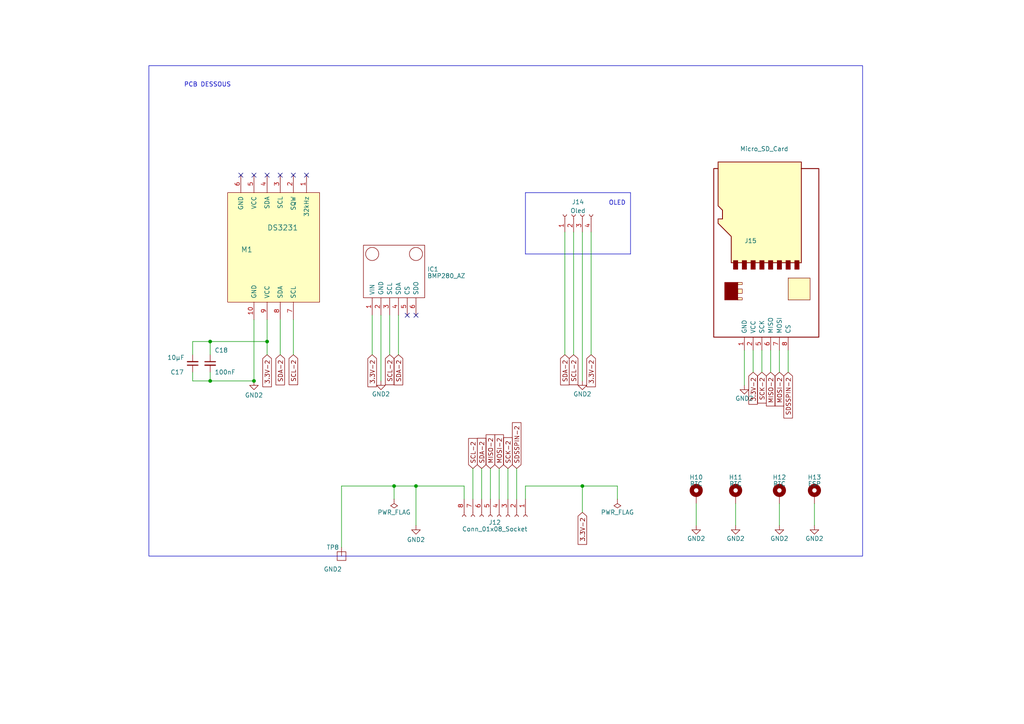
<source format=kicad_sch>
(kicad_sch (version 20230121) (generator eeschema)
  (paper "A4")
  (title_block (date "2023-03-07") (rev "Carte SD SIPM_V3") (company "P&SC"))
  (lib_symbols
    (symbol "Composan02:BMP280_AZ" (pin_names (offset 0.762))
      (property "Reference" "IC" (at 21.59 7.62 0))
      (property "Value" "BMP280_AZ" (at 21.59 5.08 0))
      (symbol "BMP280_AZ_0_0"
        (pin power_in line (at 0 0 0) (length 5.08) (name "VIN") (number "1"))
        (pin power_in line (at 0 -2.54 0) (length 5.08) (name "GND") (number "2"))
        (pin passive line (at 0 -5.08 0) (length 5.08) (name "SCL") (number "3"))
        (pin passive line (at 0 -7.62 0) (length 5.08) (name "SDA") (number "4"))
        (pin passive line (at 0 -10.16 0) (length 5.08) (name "CS") (number "5"))
        (pin passive line (at 0 -12.7 0) (length 5.08) (name "SDO") (number "6"))
      )
      (symbol "BMP280_AZ_0_1"
        (polyline (pts (xy 5.08 2.54) (xy 20.32 2.54) (xy 20.32 -15.24) (xy 5.08 -15.24) (xy 5.08 2.54)) (stroke (width 0.1524)))
        (circle (center 17.78 -12.7) (radius 1.905) (stroke (width 0.1524)))
        (circle (center 17.78 0) (radius 1.905) (stroke (width 0.1524)))
      )
    )
    (symbol "Composants_2023:Micro_SD_Card" (pin_names (offset 1.016))
      (property "Reference" "J7" (at -5.08 8.89 90))
      (property "Value" "Micro_SD_Card" (at 19.05 3.81 90))
      (symbol "Micro_SD_Card_0_1"
        (rectangle (start -8.255 -7.62) (end -1.905 -13.97) (stroke (width 0.1524)) (fill (type background)))
        (rectangle (start -8.255 6.985) (end -7.62 5.715) (stroke (width 0.1524)) (fill (type background)))
        (rectangle (start -8.255 10.795) (end -3.175 6.985) (stroke (width 0.1524)) (fill (type outline)))
        (rectangle (start -6.35 6.985) (end -5.08 5.715) (stroke (width 0.1524)) (fill (type background)))
        (rectangle (start -3.175 6.985) (end -3.81 5.715) (stroke (width 0.1524)) (fill (type background)))
        (polyline (pts (xy 29.845 12.7) (xy 29.845 13.97) (xy -19.05 13.97) (xy -19.05 -16.51) (xy 29.845 -16.51) (xy 29.845 -11.43)) (stroke (width 0.254)))
        (polyline (pts (xy 2.54 -11.43) (xy 2.54 8.89) (xy 10.16 8.89) (xy 13.97 12.7) (xy 15.24 12.7) (xy 15.24 11.43) (xy 17.78 11.43) (xy 19.05 12.7) (xy 31.75 12.7) (xy 31.75 -11.43) (xy 2.54 -11.43)) (stroke (width 0.254)) (fill (type background)))
        (rectangle (start 0.635 -9.525) (end 3.175 -10.795) (fill (type outline)))
        (rectangle (start 0.635 -6.985) (end 3.175 -8.255) (fill (type outline)))
        (rectangle (start 0.635 -4.445) (end 3.175 -5.715) (fill (type outline)))
        (rectangle (start 0.635 -1.905) (end 3.175 -3.175) (fill (type outline)))
        (rectangle (start 0.635 0.635) (end 3.175 -0.635) (fill (type outline)))
        (rectangle (start 0.635 3.175) (end 3.175 1.905) (fill (type outline)))
        (rectangle (start 0.635 5.715) (end 3.175 4.445) (fill (type outline)))
        (rectangle (start 0.635 8.255) (end 3.175 6.985) (fill (type outline)))
      )
      (symbol "Micro_SD_Card_1_1"
        (pin power_in line (at -22.86 5.08 0) (length 3.81) (name "GND") (number "1"))
        (pin power_in line (at -22.86 2.54 0) (length 3.81) (name "VCC") (number "2"))
        (pin input line (at -22.86 0 0) (length 3.81) (name "SCK") (number "5"))
        (pin output line (at -22.86 -2.54 0) (length 3.81) (name "MISO") (number "6"))
        (pin input line (at -22.86 -5.08 0) (length 3.81) (name "MOSI") (number "7"))
        (pin input line (at -22.86 -7.62 0) (length 3.81) (name "CS") (number "8"))
      )
    )
    (symbol "Connector:Conn_01x04_Socket" (pin_names (offset 1.016) hide)
      (property "Reference" "J" (at 0 5.08 0))
      (property "Value" "Conn_01x04_Socket" (at 0 -7.62 0))
      (symbol "Conn_01x04_Socket_1_1"
        (arc (start 0 -4.572) (mid -0.5058 -5.08) (end 0 -5.588) (stroke (width 0.1524)))
        (arc (start 0 -2.032) (mid -0.5058 -2.54) (end 0 -3.048) (stroke (width 0.1524)))
        (polyline (pts (xy -1.27 -5.08) (xy -0.508 -5.08)) (stroke (width 0.1524)))
        (polyline (pts (xy -1.27 -2.54) (xy -0.508 -2.54)) (stroke (width 0.1524)))
        (polyline (pts (xy -1.27 0) (xy -0.508 0)) (stroke (width 0.1524)))
        (polyline (pts (xy -1.27 2.54) (xy -0.508 2.54)) (stroke (width 0.1524)))
        (arc (start 0 0.508) (mid -0.5058 0) (end 0 -0.508) (stroke (width 0.1524)))
        (arc (start 0 3.048) (mid -0.5058 2.54) (end 0 2.032) (stroke (width 0.1524)))
        (pin passive line (at -5.08 2.54 0) (length 3.81) (name "Pin_1") (number "1"))
        (pin passive line (at -5.08 0 0) (length 3.81) (name "Pin_2") (number "2"))
        (pin passive line (at -5.08 -2.54 0) (length 3.81) (name "Pin_3") (number "3"))
        (pin passive line (at -5.08 -5.08 0) (length 3.81) (name "Pin_4") (number "4"))
      )
    )
    (symbol "Connector:Conn_01x08_Socket" (pin_names (offset 1.016) hide)
      (property "Reference" "J" (at 0 10.16 0))
      (property "Value" "Conn_01x08_Socket" (at 0 -12.7 0))
      (symbol "Conn_01x08_Socket_1_1"
        (arc (start 0 -9.652) (mid -0.5058 -10.16) (end 0 -10.668) (stroke (width 0.1524)))
        (arc (start 0 -7.112) (mid -0.5058 -7.62) (end 0 -8.128) (stroke (width 0.1524)))
        (arc (start 0 -4.572) (mid -0.5058 -5.08) (end 0 -5.588) (stroke (width 0.1524)))
        (arc (start 0 -2.032) (mid -0.5058 -2.54) (end 0 -3.048) (stroke (width 0.1524)))
        (polyline (pts (xy -1.27 -10.16) (xy -0.508 -10.16)) (stroke (width 0.1524)))
        (polyline (pts (xy -1.27 -7.62) (xy -0.508 -7.62)) (stroke (width 0.1524)))
        (polyline (pts (xy -1.27 -5.08) (xy -0.508 -5.08)) (stroke (width 0.1524)))
        (polyline (pts (xy -1.27 -2.54) (xy -0.508 -2.54)) (stroke (width 0.1524)))
        (polyline (pts (xy -1.27 0) (xy -0.508 0)) (stroke (width 0.1524)))
        (polyline (pts (xy -1.27 2.54) (xy -0.508 2.54)) (stroke (width 0.1524)))
        (polyline (pts (xy -1.27 5.08) (xy -0.508 5.08)) (stroke (width 0.1524)))
        (polyline (pts (xy -1.27 7.62) (xy -0.508 7.62)) (stroke (width 0.1524)))
        (arc (start 0 0.508) (mid -0.5058 0) (end 0 -0.508) (stroke (width 0.1524)))
        (arc (start 0 3.048) (mid -0.5058 2.54) (end 0 2.032) (stroke (width 0.1524)))
        (arc (start 0 5.588) (mid -0.5058 5.08) (end 0 4.572) (stroke (width 0.1524)))
        (arc (start 0 8.128) (mid -0.5058 7.62) (end 0 7.112) (stroke (width 0.1524)))
        (pin passive line (at -5.08 7.62 0) (length 3.81) (name "Pin_1") (number "1"))
        (pin passive line (at -5.08 5.08 0) (length 3.81) (name "Pin_2") (number "2"))
        (pin passive line (at -5.08 2.54 0) (length 3.81) (name "Pin_3") (number "3"))
        (pin passive line (at -5.08 0 0) (length 3.81) (name "Pin_4") (number "4"))
        (pin passive line (at -5.08 -2.54 0) (length 3.81) (name "Pin_5") (number "5"))
        (pin passive line (at -5.08 -5.08 0) (length 3.81) (name "Pin_6") (number "6"))
        (pin passive line (at -5.08 -7.62 0) (length 3.81) (name "Pin_7") (number "7"))
        (pin passive line (at -5.08 -10.16 0) (length 3.81) (name "Pin_8") (number "8"))
      )
    )
    (symbol "Device:C_Small" (pin_numbers hide) (pin_names (offset 0.254) hide)
      (property "Reference" "C" (at 0.254 1.778 0))
      (property "Value" "C_Small" (at 0.254 -2.032 0))
      (symbol "C_Small_0_1"
        (polyline (pts (xy -1.524 -0.508) (xy 1.524 -0.508)) (stroke (width 0.3302)))
        (polyline (pts (xy -1.524 0.508) (xy 1.524 0.508)) (stroke (width 0.3048)))
      )
      (symbol "C_Small_1_1"
        (pin passive line (at 0 2.54 270) (length 2.032) (name "~") (number "1"))
        (pin passive line (at 0 -2.54 90) (length 2.032) (name "~") (number "2"))
      )
    )
    (symbol "Mechanical:MountingHole_Pad" (pin_numbers hide) (pin_names (offset 1.016) hide)
      (property "Reference" "H" (at 0 6.35 0))
      (property "Value" "MountingHole_Pad" (at 0 4.445 0))
      (symbol "MountingHole_Pad_0_1"
        (circle (center 0 1.27) (radius 1.27) (stroke (width 1.27)))
      )
      (symbol "MountingHole_Pad_1_1"
        (pin input line (at 0 -2.54 90) (length 2.54) (name "1") (number "1"))
      )
    )
    (symbol "Module_Perso:DS3231" (pin_names (offset 1.016))
      (property "Reference" "M" (at 1.27 11.43 0))
      (property "Value" "DS3231" (at -8.89 17.78 0))
      (symbol "DS3231_0_1"
        (rectangle (start 16.51 -11.43) (end -15.24 15.24) (fill (type background)))
      )
      (symbol "DS3231_1_1"
        (pin open_collector line (at -20.32 11.43 0) (length 5.08) (name "32kHz") (number "1"))
        (pin input line (at 21.59 -3.81 180) (length 5.08) (name "GND") (number "10"))
        (pin open_collector line (at -20.32 7.62 0) (length 5.08) (name "SQW") (number "2"))
        (pin input line (at -20.32 3.81 0) (length 5.08) (name "SCL") (number "3"))
        (pin bidirectional line (at -20.32 0 0) (length 5.08) (name "SDA") (number "4"))
        (pin power_in line (at -20.32 -3.81 0) (length 5.08) (name "VCC") (number "5"))
        (pin power_in line (at -20.32 -7.62 0) (length 5.08) (name "GND") (number "6"))
        (pin input line (at 21.59 7.62 180) (length 5.08) (name "SCL") (number "7"))
        (pin bidirectional line (at 21.59 3.81 180) (length 5.08) (name "SDA") (number "8"))
        (pin power_in line (at 21.59 0 180) (length 5.08) (name "VCC") (number "9"))
      )
    )
    (symbol "Module_Perso:TestPoint" (pin_numbers hide) (pin_names (offset 0.762) hide)
      (property "Reference" "TP" (at 0 6.858 0))
      (property "Value" "TestPoint" (at 0 5.08 0))
      (symbol "TestPoint_0_1"
        (rectangle (start -1.27 3.81) (end 1.27 1.27) (stroke (width 0.1524)))
      )
      (symbol "TestPoint_1_1"
        (pin passive line (at 0 0 90) (length 2.54) (name "1") (number "1"))
      )
    )
    (symbol "power:GND2" (power) (pin_names (offset 0))
      (property "Value" "GND2" (at 0 -3.81 0))
      (symbol "GND2_0_1"
        (polyline (pts (xy 0 0) (xy 0 -1.27) (xy 1.27 -1.27) (xy 0 -2.54) (xy -1.27 -1.27) (xy 0 -1.27)))
      )
      (symbol "GND2_1_1"
        (pin power_in line (at 0 0 270) (length 0) hide (name "GND2") (number "1"))
      )
    )
    (symbol "power:PWR_FLAG" (power) (pin_numbers hide) (pin_names (offset 0) hide)
      (property "Value" "PWR_FLAG" (at 0 3.81 0))
      (symbol "PWR_FLAG_0_0"
        (pin power_out line (at 0 0 90) (length 0) (name "pwr") (number "1"))
      )
      (symbol "PWR_FLAG_0_1"
        (polyline (pts (xy 0 0) (xy 0 1.27) (xy -1.016 1.905) (xy 0 2.54) (xy 1.016 1.905) (xy 0 1.27)))
      )
    )
  )
  (junction (at 77.47 99.06))
  (junction (at 120.65 140.97))
  (junction (at 168.91 140.97))
  (junction (at 114.3 140.97))
  (junction (at 60.96 99.06))
  (junction (at 73.66 110.49))
  (junction (at 60.96 110.49))
  (no_connect (at 77.47 50.8))
  (no_connect (at 69.85 50.8))
  (no_connect (at 88.9 50.8))
  (no_connect (at 120.65 91.44))
  (no_connect (at 73.66 50.8))
  (no_connect (at 118.11 91.44))
  (no_connect (at 85.09 50.8))
  (no_connect (at 81.28 50.8))
  (wire (pts (xy 107.95 91.44) (xy 107.95 102.87)))
  (wire (pts (xy 149.86 135.89) (xy 149.86 144.78)))
  (wire (pts (xy 55.88 110.49) (xy 60.96 110.49)))
  (wire (pts (xy 228.6 101.6) (xy 228.6 107.95)))
  (wire (pts (xy 73.66 92.71) (xy 73.66 110.49)))
  (wire (pts (xy 85.09 92.71) (xy 85.09 102.87)))
  (wire (pts (xy 220.98 101.6) (xy 220.98 107.95)))
  (wire (pts (xy 139.7 135.89) (xy 139.7 144.78)))
  (wire (pts (xy 168.91 67.31) (xy 168.91 110.49)))
  (wire (pts (xy 114.3 140.97) (xy 99.06 140.97)))
  (wire (pts (xy 134.62 140.97) (xy 120.65 140.97)))
  (wire (pts (xy 226.06 146.05) (xy 226.06 152.4)))
  (wire (pts (xy 77.47 99.06) (xy 77.47 102.87)))
  (wire (pts (xy 114.3 144.78) (xy 114.3 140.97)))
  (wire (pts (xy 81.28 92.71) (xy 81.28 102.87)))
  (wire (pts (xy 134.62 144.78) (xy 134.62 140.97)))
  (wire (pts (xy 236.22 146.05) (xy 236.22 152.4)))
  (polyline (pts (xy 152.4 73.66) (xy 182.88 73.66)))
  (wire (pts (xy 60.96 99.06) (xy 60.96 102.87)))
  (wire (pts (xy 115.57 91.44) (xy 115.57 102.87)))
  (wire (pts (xy 137.16 135.89) (xy 137.16 144.78)))
  (polyline (pts (xy 152.4 55.88) (xy 152.4 73.66)))
  (wire (pts (xy 152.4 144.78) (xy 152.4 140.97)))
  (wire (pts (xy 213.36 146.05) (xy 213.36 152.4)))
  (wire (pts (xy 223.52 101.6) (xy 223.52 107.95)))
  (wire (pts (xy 120.65 140.97) (xy 120.65 152.4)))
  (polyline (pts (xy 182.88 55.88) (xy 152.4 55.88)))
  (wire (pts (xy 166.37 67.31) (xy 166.37 102.87)))
  (wire (pts (xy 113.03 91.44) (xy 113.03 102.87)))
  (wire (pts (xy 55.88 99.06) (xy 60.96 99.06)))
  (polyline (pts (xy 182.88 73.66) (xy 182.88 55.88)))
  (wire (pts (xy 179.07 144.78) (xy 179.07 140.97)))
  (wire (pts (xy 179.07 140.97) (xy 168.91 140.97)))
  (wire (pts (xy 114.3 140.97) (xy 120.65 140.97)))
  (wire (pts (xy 201.93 146.05) (xy 201.93 152.4)))
  (wire (pts (xy 142.24 135.89) (xy 142.24 144.78)))
  (wire (pts (xy 152.4 140.97) (xy 168.91 140.97)))
  (wire (pts (xy 77.47 92.71) (xy 77.47 99.06)))
  (wire (pts (xy 110.49 91.44) (xy 110.49 110.49)))
  (wire (pts (xy 147.32 135.89) (xy 147.32 144.78)))
  (wire (pts (xy 60.96 110.49) (xy 73.66 110.49)))
  (wire (pts (xy 171.45 67.31) (xy 171.45 102.87)))
  (wire (pts (xy 226.06 101.6) (xy 226.06 107.95)))
  (wire (pts (xy 55.88 107.95) (xy 55.88 110.49)))
  (wire (pts (xy 60.96 99.06) (xy 77.47 99.06)))
  (wire (pts (xy 99.06 140.97) (xy 99.06 158.75)))
  (wire (pts (xy 168.91 140.97) (xy 168.91 148.59)))
  (wire (pts (xy 55.88 102.87) (xy 55.88 99.06)))
  (wire (pts (xy 60.96 107.95) (xy 60.96 110.49)))
  (wire (pts (xy 144.78 135.89) (xy 144.78 144.78)))
  (wire (pts (xy 218.44 101.6) (xy 218.44 107.95)))
  (wire (pts (xy 163.83 67.31) (xy 163.83 102.87)))
  (wire (pts (xy 215.9 111.76) (xy 215.9 101.6)))
  (rectangle (start 43.18 19.05) (end 250.19 161.29))
  (text "OLED" (at 176.53 59.69 0) (effects (font (size 1.27 1.27)) (justify left bottom)))
  (text "PCB DESSOUS" (at 53.34 25.4 0) (effects (font (size 1.27 1.27)) (justify left bottom)))
  (global_label "SCL-2" (shape input) (at 166.37 102.87 270) (property "Intersheetrefs" "${INTERSHEET_REFS}" (effects hide)))
  (global_label "MOSI-2" (shape input) (at 144.78 135.89 90) (property "Intersheetrefs" "${INTERSHEET_REFS}" (effects hide)))
  (global_label "SDA-2" (shape input) (at 81.28 102.87 270) (property "Intersheetrefs" "${INTERSHEET_REFS}" (effects hide)))
  (global_label "3.3V-2" (shape input) (at 168.91 148.59 270) (property "Intersheetrefs" "${INTERSHEET_REFS}" (effects hide)))
  (global_label "MISO-2" (shape input) (at 223.52 107.95 270) (property "Intersheetrefs" "${INTERSHEET_REFS}" (effects hide)))
  (global_label "SDA-2" (shape input) (at 115.57 102.87 270) (property "Intersheetrefs" "${INTERSHEET_REFS}" (effects hide)))
  (global_label "3.3V-2" (shape input) (at 107.95 102.87 270) (property "Intersheetrefs" "${INTERSHEET_REFS}" (effects hide)))
  (global_label "SCL-2" (shape input) (at 137.16 135.89 90) (property "Intersheetrefs" "${INTERSHEET_REFS}" (effects hide)))
  (global_label "SCL-2" (shape input) (at 113.03 102.87 270) (property "Intersheetrefs" "${INTERSHEET_REFS}" (effects hide)))
  (global_label "3.3V-2" (shape input) (at 218.44 107.95 270) (property "Intersheetrefs" "${INTERSHEET_REFS}" (effects hide)))
  (global_label "MISO-2" (shape input) (at 142.24 135.89 90) (property "Intersheetrefs" "${INTERSHEET_REFS}" (effects hide)))
  (global_label "SDSSPIN-2" (shape input) (at 228.6 107.95 270) (property "Intersheetrefs" "${INTERSHEET_REFS}" (effects hide)))
  (global_label "SDSSPIN-2" (shape input) (at 149.86 135.89 90) (property "Intersheetrefs" "${INTERSHEET_REFS}" (effects hide)))
  (global_label "SDA-2" (shape input) (at 139.7 135.89 90) (property "Intersheetrefs" "${INTERSHEET_REFS}" (effects hide)))
  (global_label "3.3V-2" (shape input) (at 77.47 102.87 270) (property "Intersheetrefs" "${INTERSHEET_REFS}" (effects hide)))
  (global_label "MOSI-2" (shape input) (at 226.06 107.95 270) (property "Intersheetrefs" "${INTERSHEET_REFS}" (effects hide)))
  (global_label "3.3V-2" (shape input) (at 171.45 102.87 270) (property "Intersheetrefs" "${INTERSHEET_REFS}" (effects hide)))
  (global_label "SCK-2" (shape input) (at 220.98 107.95 270) (property "Intersheetrefs" "${INTERSHEET_REFS}" (effects hide)))
  (global_label "SDA-2" (shape input) (at 163.83 102.87 270) (property "Intersheetrefs" "${INTERSHEET_REFS}" (effects hide)))
  (global_label "SCK-2" (shape input) (at 147.32 135.89 90) (property "Intersheetrefs" "${INTERSHEET_REFS}" (effects hide)))
  (global_label "SCL-2" (shape input) (at 85.09 102.87 270) (property "Intersheetrefs" "${INTERSHEET_REFS}" (effects hide)))
  (symbol (lib_id "power:GND2") (at 213.36 152.4 0) (unit 1)
    (property "Reference" "#PWR061" (effects hide))
    (property "Value" "GND2" (at 213.36 156.21 0))
  )
  (symbol (lib_id "Mechanical:MountingHole_Pad") (at 213.36 143.51 0) (unit 1)
    (property "Reference" "H11" (at 213.36 138.43 0))
    (property "Value" "RTC" (at 213.36 140.335 0))
    (property "Footprint" "MountingHole:MountingHole_2.2mm_M2_DIN965_Pad_TopBottom" (effects hide))
  )
  (symbol (lib_id "power:GND2") (at 236.22 152.4 0) (unit 1)
    (property "Reference" "#PWR065" (effects hide))
    (property "Value" "GND2" (at 236.22 156.21 0))
  )
  (symbol (lib_id "Module_Perso:DS3231") (at 77.47 71.12 270) (unit 1)
    (property "Reference" "M1" (at 69.85 72.39 90) (effects (font (size 1.524 1.524)) (justify left)))
    (property "Value" "DS3231" (at 77.47 66.04 90) (effects (font (size 1.524 1.524)) (justify left)))
    (property "Footprint" "COMPOSANT_CF:REG_DS3231_2023" (effects hide))
  )
  (symbol (lib_id "Connector:Conn_01x08_Socket") (at 144.78 149.86 270) (unit 1)
    (property "Reference" "J12" (at 143.51 151.5317 90))
    (property "Value" "Conn_01x08_Socket" (at 143.51 153.4527 90))
    (property "Footprint" "Connector_PinSocket_2.54mm:PinSocket_1x08_P2.54mm_Vertical" (effects hide))
  )
  (symbol (lib_id "Composants_2023:Micro_SD_Card") (at 220.98 78.74 90) (unit 1)
    (property "Reference" "J15" (at 215.9 69.85 90) (effects (justify right)))
    (property "Value" "Micro_SD_Card" (at 214.63 43.18 90) (effects (justify right)))
    (property "Footprint" "COMPOSANT_CF:SD-CARD_AZ" (effects hide))
    (property "Datasheet" "http://katalog.we-online.de/em/datasheet/693072010801.pdf" (effects hide))
  )
  (symbol (lib_id "power:GND2") (at 215.9 111.76 0) (unit 1)
    (property "Reference" "#PWR055" (effects hide))
    (property "Value" "GND2" (at 215.9 115.57 0))
  )
  (symbol (lib_id "power:GND2") (at 168.91 110.49 0) (unit 1)
    (property "Reference" "#PWR052" (effects hide))
    (property "Value" "GND2" (at 168.91 114.3 0))
  )
  (symbol (lib_id "Mechanical:MountingHole_Pad") (at 226.06 143.51 0) (unit 1)
    (property "Reference" "H12" (at 226.06 138.43 0))
    (property "Value" "RTC" (at 226.06 140.335 0))
    (property "Footprint" "MountingHole:MountingHole_2.2mm_M2_DIN965_Pad_TopBottom" (effects hide))
  )
  (symbol (lib_id "Connector:Conn_01x04_Socket") (at 166.37 62.23 90) (unit 1)
    (property "Reference" "J14" (at 167.64 58.581 90))
    (property "Value" "Oled" (at 167.64 61.1179 90))
    (property "Footprint" "COMPOSANT_CF:OLED_PCB" (effects hide))
  )
  (symbol (lib_id "Device:C_Small") (at 55.88 105.41 180) (unit 1)
    (property "Reference" "C17" (at 53.34 107.95 0) (effects (justify left)))
    (property "Value" "10µF" (at 53.5559 103.7015 0) (effects (justify left)))
    (property "Footprint" "COMPOSANT_CF:C_0805_Muons" (effects hide))
  )
  (symbol (lib_id "Device:C_Small") (at 60.96 105.41 0) (unit 1)
    (property "Reference" "C18" (at 62.23 101.6 0) (effects (justify left)))
    (property "Value" "100nF" (at 62.23 107.95 0) (effects (justify left)))
    (property "Footprint" "COMPOSANT_CF:C_0805_Muons" (effects hide))
  )
  (symbol (lib_id "power:GND2") (at 110.49 110.49 0) (unit 1)
    (property "Reference" "#PWR047" (effects hide))
    (property "Value" "GND2" (at 110.49 114.3 0))
  )
  (symbol (lib_id "power:PWR_FLAG") (at 179.07 144.78 180) (unit 1)
    (property "Reference" "#FLG07" (effects hide))
    (property "Value" "PWR_FLAG" (at 179.07 148.59 0))
  )
  (symbol (lib_id "Mechanical:MountingHole_Pad") (at 236.22 143.51 0) (unit 1)
    (property "Reference" "H13" (at 236.22 138.43 0))
    (property "Value" "ESP" (at 236.22 140.335 0))
    (property "Footprint" "MountingHole:MountingHole_2.2mm_M2_DIN965_Pad_TopBottom" (effects hide))
  )
  (symbol (lib_id "Module_Perso:TestPoint") (at 99.06 158.75 180) (unit 1)
    (property "Reference" "TP8" (at 96.52 158.75 0))
    (property "Value" "GND2" (at 96.52 165.1 0))
    (property "Footprint" "COMPOSANT_CF:TestPoint_THTPad_4.75x3.7mm_Drill1.5mm" (effects hide))
  )
  (symbol (lib_id "Composan02:BMP280_AZ") (at 107.95 91.44 90) (unit 1)
    (property "Reference" "IC1" (at 123.9012 78.0963 90) (effects (justify right)))
    (property "Value" "BMP280_AZ" (at 123.9012 80.0173 90) (effects (justify right)))
    (property "Footprint" "COMPOSANT_CF:BMP280_AZ" (effects hide))
    (property "Datasheet" "https://cdn.shopify.com/s/files/1/1509/1638/files/BMP280_Barometrischer_Sensor_Luftdruck_Modul_Arduino_Schematic.pdf?2789069255792187625" (effects hide))
    (property "Description" "Pressure Sensor Development Tools Barometric Pressure & Altitude Sensor" (effects hide))
    (property "Height" "3" (effects hide))
    (property "Manufacturer_Name" "az-delivery" (effects hide))
    (property "Manufacturer_Part_Number" "BMP280_AZ" (effects hide))
  )
  (symbol (lib_id "Mechanical:MountingHole_Pad") (at 201.93 143.51 0) (unit 1)
    (property "Reference" "H10" (at 201.93 138.43 0))
    (property "Value" "RTC" (at 201.93 140.335 0))
    (property "Footprint" "MountingHole:MountingHole_2.2mm_M2_DIN965_Pad_TopBottom" (effects hide))
  )
  (symbol (lib_id "power:GND2") (at 120.65 152.4 0) (unit 1)
    (property "Reference" "#PWR050" (effects hide))
    (property "Value" "GND2" (at 120.65 156.5355 0))
  )
  (symbol (lib_id "power:GND2") (at 226.06 152.4 0) (unit 1)
    (property "Reference" "#PWR062" (effects hide))
    (property "Value" "GND2" (at 226.06 156.21 0))
  )
  (symbol (lib_id "power:GND2") (at 201.93 152.4 0) (unit 1)
    (property "Reference" "#PWR059" (effects hide))
    (property "Value" "GND2" (at 201.93 156.21 0))
  )
  (symbol (lib_id "power:GND2") (at 73.66 110.49 0) (unit 1)
    (property "Reference" "#PWR042" (effects hide))
    (property "Value" "GND2" (at 73.66 114.6255 0))
  )
  (symbol (lib_id "power:PWR_FLAG") (at 114.3 144.78 180) (unit 1)
    (property "Reference" "#FLG06" (effects hide))
    (property "Value" "PWR_FLAG" (at 114.3 148.59 0))
  )
)
</source>
